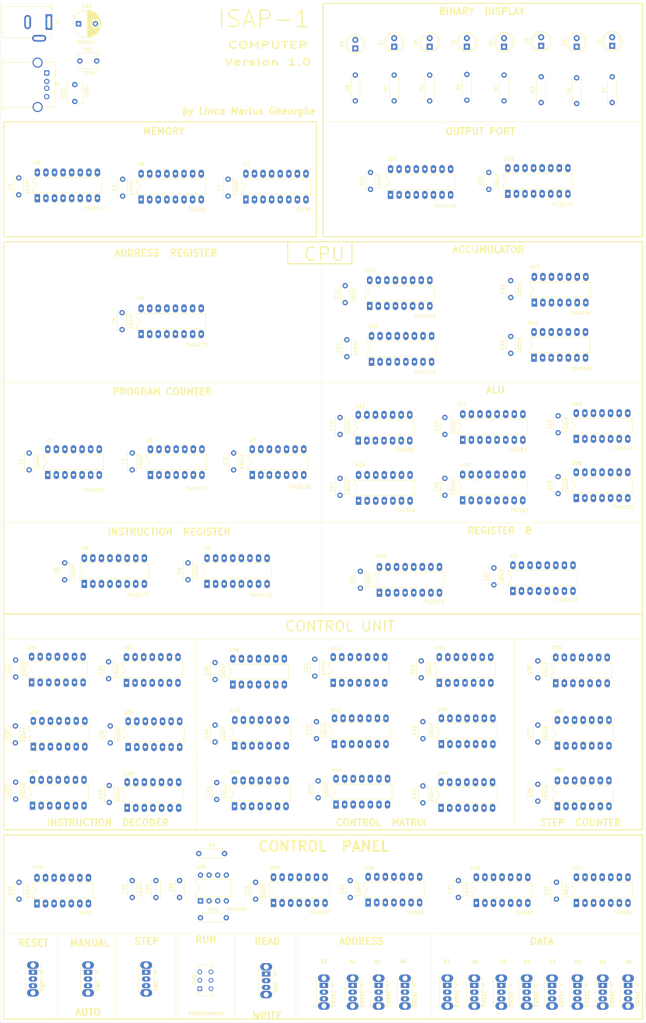
<source format=kicad_pcb>
(kicad_pcb (version 20240108) (generator "pcbnew") (generator_version "8.0")
  (layers (0 "F.Cu" signal) (31 "B.Cu" signal) (34 "B.Paste" user) (35 "F.Paste" user) (36 "B.SilkS" user "B.Silkscreen") (37 "F.SilkS" user "F.Silkscreen") (38 "B.Mask" user) (39 "F.Mask" user) (44 "Edge.Cuts" user))
  (net 0 "")
  (net 1 "GND")
  (net 2 "+5V")
  (net 4 "Net-(U1A-C)")
  (net 5 "Net-(U1B-C)")
  (net 7 "Net-(U1A-Q)")
  (net 8 "Net-(U2A-C)")
  (net 9 "Net-(SW1A1-C)")
  (net 10 "Net-(SW1C1-C)")
  (net 11 "Net-(SW1D1-C)")
  (net 12 "Net-(SW1B1-C)")
  (net 13 "Net-(SW3A1-C)")
  (net 15 "Net-(SW3B1-C)")
  (net 17 "Net-(U16-B2)")
  (net 18 "Net-(U16-B1)")
  (net 19 "/ALU/B5")
  (net 20 "/ALU/B4")
  (net 21 "Net-(U16-B4)")
  (net 22 "Net-(U16-B3)")
  (net 23 "/ALU/B6")
  (net 24 "/ALU/B7")
  (net 25 "/ALU/B2")
  (net 26 "Net-(U17-B1)")
  (net 27 "/ALU/B0")
  (net 28 "/ALU/B1")
  (net 29 "Net-(U17-B4)")
  (net 30 "/ALU/B3")
  (net 31 "Net-(U17-B3)")
  (net 32 "Net-(U17-B2)")
  (net 33 "/ALU/AC6")
  (net 34 "/ALU/AC4")
  (net 35 "Net-(U16-S2)")
  (net 36 "Net-(U16-S4)")
  (net 38 "/ALU/AC5")
  (net 39 "Net-(U16-S3)")
  (net 40 "Net-(U16-S1)")
  (net 41 "Net-(U16-C0)")
  (net 42 "/ALU/AC7")
  (net 43 "Net-(U17-S3)")
  (net 44 "/ALU/AC1")
  (net 45 "/ALU/AC2")
  (net 46 "/ALU/AC0")
  (net 47 "Net-(U17-S4)")
  (net 48 "Net-(U17-S1)")
  (net 49 "Net-(U17-S2)")
  (net 50 "/ALU/D4")
  (net 51 "/ALU/D6")
  (net 52 "/ALU/D7")
  (net 53 "/ALU/D5")
  (net 54 "/ALU/D2")
  (net 55 "/ALU/D3")
  (net 56 "/ALU/D1")
  (net 57 "/ALU/D0")
  (net 62 "Net-(SW3C1-C)")
  (net 64 "Net-(SW3D1-C)")
  (net 67 "Net-(SW3E1-C)")
  (net 69 "Net-(SW3F1-C)")
  (net 70 "Net-(SW3G1-C)")
  (net 72 "Net-(SW3H1-C)")
  (net 77 "Net-(D1-A)")
  (net 78 "Net-(D2-A)")
  (net 79 "Net-(D3-A)")
  (net 80 "Net-(D4-A)")
  (net 81 "Net-(D5-A)")
  (net 82 "Net-(D6-A)")
  (net 83 "Net-(D7-A)")
  (net 84 "Net-(D8-A)")
  (net 85 "/BinaryDisplay/DB0")
  (net 86 "Net-(U24-Pad12)")
  (net 87 "Net-(SW6-C)")
  (net 88 "Net-(U24-Pad10)")
  (net 89 "Net-(SW6-A)")
  (net 90 "Net-(SW7-C)")
  (net 91 "Net-(SW7-A)")
  (net 93 "/MAN")
  (net 95 "Net-(U25-Pad12)")
  (net 96 "Net-(U26-Pad13)")
  (net 97 "Net-(SW5-C)")
  (net 98 "Net-(U26-Pad2)")
  (net 99 "Net-(U26-Pad11)")
  (net 100 "Net-(U29A-Q)")
  (net 101 "Net-(SW5-A)")
  (net 102 "Net-(U27-Pad2)")
  (net 106 "Net-(U28-THR)")
  (net 107 "Net-(U28-Q)")
  (net 108 "Net-(U28-CV)")
  (net 109 "Net-(U28-DIS)")
  (net 113 "/ControlUnit/I7")
  (net 114 "Net-(U31-Pad2)")
  (net 115 "/ControlUnit/I5")
  (net 116 "Net-(U31-Pad4)")
  (net 117 "Net-(U31-Pad8)")
  (net 118 "/ControlUnit/I6")
  (net 120 "Net-(U37A-J)")
  (net 121 "/ControlUnit/I4")
  (net 122 "Net-(U31-Pad6)")
  (net 123 "Net-(SW2B-B)")
  (net 124 "Net-(U32-Pad6)")
  (net 125 "Net-(U32-Pad8)")
  (net 126 "Net-(U33-Pad6)")
  (net 127 "Net-(U33-Pad8)")
  (net 129 "Net-(U35-Pad4)")
  (net 130 "Net-(U35-Pad2)")
  (net 131 "Net-(U35-Pad8)")
  (net 132 "Net-(U35-Pad6)")
  (net 133 "Net-(U36B-J)")
  (net 134 "Net-(U36A-K)")
  (net 135 "Net-(U36A-Q)")
  (net 136 "Net-(U36A-~{Q})")
  (net 137 "Net-(U36A-J)")
  (net 138 "Net-(U36B-K)")
  (net 139 "Net-(U37B-K)")
  (net 140 "Net-(U37A-K)")
  (net 141 "Net-(U38A-J)")
  (net 143 "/~{CE}")
  (net 144 "Net-(SW4-C)")
  (net 145 "/CP")
  (net 146 "/CLR")
  (net 147 "/~{CLK}")
  (net 148 "/EP")
  (net 149 "/CLK")
  (net 150 "/~{LM}")
  (net 151 "/~{LI}")
  (net 152 "/~{LA}")
  (net 153 "/EA")
  (net 154 "/SU")
  (net 155 "/EU")
  (net 156 "/~{LB}")
  (net 157 "/HLT")
  (net 158 "Net-(U31-Pad12)")
  (net 159 "Net-(U35-Pad10)")
  (net 160 "Net-(U35-Pad13)")
  (net 161 "Net-(U39-Pad8)")
  (net 162 "Net-(U39-Pad11)")
  (net 163 "Net-(U39-Pad3)")
  (net 164 "Net-(U39-Pad6)")
  (net 165 "Net-(U40-Pad11)")
  (net 166 "Net-(U40-Pad6)")
  (net 167 "Net-(U40-Pad3)")
  (net 168 "Net-(U40-Pad8)")
  (net 169 "Net-(U41-Pad11)")
  (net 170 "Net-(U41-Pad3)")
  (net 171 "Net-(U41-Pad6)")
  (net 172 "Net-(U41-Pad8)")
  (net 173 "Net-(U42-Pad6)")
  (net 174 "Net-(U42-Pad8)")
  (net 175 "Net-(U42-Pad11)")
  (net 176 "/~{LO}")
  (net 177 "Net-(U43-Pad6)")
  (net 178 "Net-(U43-Pad3)")
  (net 179 "Net-(U44-Pad8)")
  (net 180 "Net-(U44-Pad6)")
  (net 181 "Net-(U45-Pad12)")
  (net 182 "Net-(U45-Pad11)")
  (net 183 "Net-(U45-Pad6)")
  (net 185 "Net-(U43-Pad8)")
  (net 187 "/~{EI}")
  (net 188 "Net-(U45-Pad10)")
  (net 192 "Net-(SW2A-A)")
  (net 195 "/BinaryDisplay/DB1")
  (net 196 "/BinaryDisplay/DB2")
  (net 197 "/BinaryDisplay/DB3")
  (net 198 "/BinaryDisplay/DB4")
  (net 199 "/BinaryDisplay/DB5")
  (net 200 "/BinaryDisplay/DB6")
  (net 201 "/BinaryDisplay/DB7")
  (net 202 "/~{DM}")
  (net 203 "/PRG")
  (net 204 "/~{CLR}")
  (net 205 "/~{LAR}")
  (net 206 "/AddressRegister/A3")
  (net 207 "/AddressRegister/A1")
  (net 208 "/AddressRegister/A0")
  (net 209 "/AddressRegister/A2")
  (net 210 "Net-(U5-Zc)")
  (net 211 "Net-(U5-Za)")
  (net 212 "Net-(U5-Zd)")
  (net 213 "Net-(U5-Zb)")
  (net 214 "/ControlUnit/PRG")
  (net 215 "/ControlUnit/MAN")
  (footprint "Capacitor_THT:C_Disc_D5.0mm_W2.5mm_P5.00mm" (layer "F.Cu") (at 50.5 211 90)
    (property "Reference" "C8")
    (property "Value" "100nF")
  )
  (footprint "LED_THT:LED_D5.0mm" (layer "F.Cu") (at 212.5 53.04 90)
    (property "Reference" "D1")
    (property "Value" "LED")
  )
  (footprint "Package_DIP:DIP-16_W7.62mm_LongPads" (layer "F.Cu") (at 42.42 98.12 90)
    (property "Reference" "U5")
    (property "Value" "74LS157")
  )
  (footprint "Resistor_THT:R_Axial_DIN0207_L6.3mm_D2.5mm_P7.62mm_Horizontal" (layer "F.Cu") (at 212.5 69.81 90)
    (property "Reference" "R1")
    (property "Value" "1K")
  )
  (footprint "Resistor_THT:R_Axial_DIN0207_L6.3mm_D2.5mm_P7.62mm_Horizontal" (layer "F.Cu") (at 191.5 69.81 90)
    (property "Reference" "R3")
    (property "Value" "1K")
  )
  (footprint "Capacitor_THT:C_Disc_D5.0mm_W2.5mm_P5.00mm" (layer "F.Cu") (at 177.5 212.5 90)
    (property "Reference" "C21")
    (property "Value" "100nF")
  )
  (footprint "Package_DIP:DIP-14_W7.62mm_LongPads" (layer "F.Cu") (at 196.3 260.12 90)
    (property "Reference" "U37")
    (property "Value" "74LS107")
  )
  (footprint "Capacitor_THT:C_Disc_D5.0mm_W2.5mm_P5.00mm" (layer "F.Cu") (at 176 95.5 90)
    (property "Reference" "C23")
    (property "Value" "100nF")
  )
  (footprint "Package_DIP:DIP-16_W7.62mm_LongPads" (layer "F.Cu") (at 92.625 212.24 90)
    (property "Reference" "U9")
    (property "Value" "74LS173")
  )
  (footprint "Button_Switch_THT:SW_Slide_SPDT_Straight_CK_OS102011MS2Q" (layer "F.Cu") (at 171.7025 331 -90)
    (property "Reference" "SW3G1")
    (property "Value" "SW_SPDT")
  )
  (footprint "LED_THT:LED_D5.0mm" (layer "F.Cu") (at 158.5 53.305 90)
    (property "Reference" "D6")
    (property "Value" "LED")
  )
  (footprint "Package_DIP:DIP-16_W7.62mm_LongPads" (layer "F.Cu") (at 168.3 169.62 90)
    (property "Reference" "U17")
    (property "Value" "74LS83")
  )
  (footprint "Capacitor_THT:C_Disc_D5.0mm_W2.5mm_P5.00mm" (layer "F.Cu") (at 64 259.26 90)
    (property "Reference" "C35")
    (property "Value" "100nF")
  )
  (footprint "Capacitor_THT:C_Disc_D6.0mm_W4.4mm_P5.00mm" (layer "F.Cu") (at 53.5 64.5 -90)
    (property "Reference" "C53")
    (property "Value" "100n")
  )
  (footprint "Package_DIP:DIP-14_W7.62mm_LongPads" (layer "F.Cu") (at 130.8 277.5 90)
    (property "Reference" "U44")
    (property "Value" "74LS20")
  )
  (footprint "Capacitor_THT:C_Disc_D5.0mm_W2.5mm_P5.00mm" (layer "F.Cu") (at 190.5 259 90)
    (property "Reference" "C37")
    (property "Value" "100nF")
  )
  (footprint "Button_Switch_THT:SW_Slide_SPDT_Straight_CK_OS102011MS2Q" (layer "F.Cu") (at 217.2025 331 -90)
    (property "Reference" "SW3A1")
    (property "Value" "SW_SPDT")
  )
  (footprint "Button_Switch_THT:SW_Slide_SPDT_Straight_CK_OS102011MS2Q" (layer "F.Cu") (at 151.2025 331 -90)
    (property "Reference" "SW1A1")
    (property "Value" "SW_SPDT")
  )
  (footprint "Package_DIP:DIP-16_W7.62mm_LongPads" (layer "F.Cu") (at 168.26 187.5 90)
    (property "Reference" "U16")
    (property "Value" "74LS83")
  )
  (footprint "Package_DIP:DIP-14_W7.62mm_LongPads" (layer "F.Cu") (at 195.8 241.62 90)
    (property "Reference" "U36")
    (property "Value" "74LS107")
  )
  (footprint "Package_DIP:DIP-16_W7.62mm_LongPads" (layer "F.Cu") (at 183.125 214.325 90)
    (property "Reference" "U21")
    (property "Value" "74LS173")
  )
  (footprint "Capacitor_THT:C_Disc_D5.0mm_W2.5mm_P5.00mm" (layer "F.Cu") (at 163 168 90)
    (property "Reference" "C17")
    (property "Value" "100nF")
  )
  (footprint "Connector_USB:USB_A_Molex_67643_Horizontal" (layer "F.Cu") (at 45.21 61.07 -90)
    (property "Reference" "J3")
    (property "Value" "USB_A")
  )
  (footprint "Resistor_THT:R_Axial_DIN0207_L6.3mm_D2.5mm_P7.62mm_Horizontal" (layer "F.Cu") (at 136.5 69.31 90)
    (property "Reference" "R8")
    (property "Value" "1K")
  )
  (footprint "Capacitor_THT:C_Disc_D5.0mm_W2.5mm_P5.00mm" (layer "F.Cu") (at 84.5 300 -90)
    (property "Reference" "C50")
    (property "Value" "10nF")
  )
  (footprint "Button_Switch_THT:SW_Slide_SPDT_Straight_CK_OS102011MS2Q" (layer "F.Cu") (at 57.42 327.12 -90)
    (property "Reference" "SW7")
    (property "Value" "SW_SPDT")
  )
  (footprint "Button_Switch_THT:SW_Slide_SPDT_Straight_CK_OS102011MS2Q" (layer "F.Cu") (at 163.7025 331 -90)
    (property "Reference" "SW3H1")
    (property "Value" "SW_SPDT")
  )
  (footprint "Package_DIP:DIP-14_W7.62mm_LongPads" (layer "F.Cu") (at 69 278.5 90)
    (property "Reference" "U48")
    (property "Value" "74LS04")
  )
  (footprint "Capacitor_THT:C_Disc_D5.0mm_W2.5mm_P5.00mm" (layer "F.Cu") (at 70.5 305 90)
    (property "Reference" "C28")
    (property "Value" "100nF")
  )
  (footprint "Package_DIP:DIP-14_W7.62mm_LongPads" (layer "F.Cu") (at 69.3 260.5 90)
    (property "Reference" "U35")
    (property "Value" "74LS04")
  )
  (footprint "Package_DIP:DIP-14_W7.62mm_LongPads" (layer "F.Cu") (at 41.225 260.38 90)
    (property "Reference" "U32")
    (property "Value" "74LS20")
  )
  (footprint "Capacitor_THT:C_Disc_D5.0mm_W2.5mm_P5.00mm" (layer "F.Cu") (at 67.665 97.5 90)
    (property "Reference" "C6")
    (property "Value" "100nF")
  )
  (footprint "Capacitor_THT:C_Disc_D5.0mm_W2.5mm_P5.00mm" (layer "F.Cu") (at 35.925 259.26 90)
    (property "Reference" "C32")
    (property "Value" "100nF")
  )
  (footprint "Package_DIP:DIP-16_W7.62mm_LongPads" (layer "F.Cu") (at 146.92 97.12 90)
    (property "Reference" "U22")
    (property "Value" "74LS173")
  )
  (footprint "Package_DIP:DIP-14_W7.62mm_LongPads" (layer "F.Cu") (at 201.92 306.62 90)
    (property "Reference" "U27")
    (property "Value" "74LS04")
  )
  (footprint "Capacitor_THT:C_Disc_D5.0mm_W2.5mm_P5.00mm" (layer "F.Cu") (at 132 168 90)
    (property "Reference" "C15")
    (property "Value" "100nF")
  )
  (footprint "Capacitor_THT:CP_Radial_D8.0mm_P5.00mm" (layer "F.Cu") (at 54.597349 46.5)
    (property "Reference" "C52")
    (property "Value" "1000uF")
  )
  (footprint "Capacitor_THT:C_Disc_D5.0mm_W2.5mm_P5.00mm" (layer "F.Cu") (at 182.5 127.5 90)
    (property "Reference" "C13")
    (property "Value" "100nF")
  )
  (footprint "Capacitor_THT:C_Disc_D5.0mm_W2.5mm_P5.00mm" (layer "F.Cu") (at 36.92 97.12 90)
    (property "Reference" "C5")
    (property "Value" "100nF")
  )
  (footprint "Capacitor_THT:C_Disc_D5.0mm_W2.5mm_P5.00mm" (layer "F.Cu") (at 156 240 90)
    (property "Reference" "C45")
    (property "Value" "100nF")
  )
  (footprint "Resistor_THT:R_Axial_DIN0207_L6.3mm_D2.5mm_P7.62mm_Horizontal" (layer "F.Cu") (at 148 69.31 90)
    (property "Reference" "R7")
    (property "Value" "1K")
  )
  (footprint "Package_DIP:DIP-14_W7.62mm_LongPads" (layer "F.Cu") (at 100.835 260.12 90)
    (property "Reference" "U40")
    (property "Value" "74LS00")
  )
  (footprint "Resistor_THT:R_Axial_DIN0207_L6.3mm_D2.5mm_P7.62mm_Horizontal" (layer "F.Cu") (at 158.5 69.31 90)
    (property "Reference" "R6")
    (property "Value" "1K")
  )
  (footprint "Package_DIP:DIP-14_W7.62mm_LongPads" (layer "F.Cu") (at 189.375 145.325 90)
    (property "Reference" "U12")
    (property "Value" "74LS126")
  )
  (footprint "LED_THT:LED_D5.0mm" (layer "F.Cu") (at 180.5 53.305 90)
    (property "Reference" "D4")
    (property "Value" "LED")
  )
  (footprint "Button_Switch_THT:SW_Slide_SPDT_Straight_CK_OS102011MS2Q" (layer "F.Cu") (at 194.7025 331 -90)
    (property "Reference" "SW3D1")
    (property "Value" "SW_SPDT")
  )
  (footprint "Button_Switch_THT:SW_Slide_SPDT_Straight_CK_OS102011MS2Q" (layer "F.Cu") (at 187.2025 331 -90)
    (property "Reference" "SW3E1")
    (property "Value" "SW_SPDT")
  )
  (footprint "Capacitor_THT:C_Disc_D5.0mm_W2.5mm_P5.00mm" (layer "F.Cu") (at 63.5 240.26 90)
    (property "Reference" "C34")
    (property "Value" "100nF")
  )
  (footprint "Capacitor_THT:C_Disc_D5.0mm_W2.5mm_P5.00mm" (layer "F.Cu") (at 36 275.88 90)
    (property "Reference" "C33")
    (property "Value" "100nF")
  )
  (footprint "Capacitor_THT:C_Disc_D5.0mm_W2.5mm_P5.00mm" (layer "F.Cu") (at 196.5 185.5 90)
    (property "Reference" "C18")
    (property "Value" "100nF")
  )
  (footprint "Package_DIP:DIP-16_W7.62mm_LongPads" (layer "F.Cu") (at 56.3 212.24 90)
    (property "Reference" "U8")
    (property "Value" "74LS173")
  )
  (footprint "Capacitor_THT:C_Disc_D6.0mm_W4.4mm_P5.00mm" (layer "F.Cu") (at 55 57.5)
    (property "Reference" "C51")
    (property "Value" "100n")
  )
  (footprint "Capacitor_THT:C_Disc_D5.0mm_W2.5mm_P5.00mm" (layer "F.Cu") (at 125 258 90)
    (property "Reference" "C43")
    (property "Value" "100nF")
  )
  (footprint "Package_DIP:DIP-14_W7.62mm_LongPads" (layer "F.Cu") (at 201.875 169.325 90)
    (property "Reference" "U19")
    (property "Value" "74LS126")
  )
  (footprint "Button_Switch_THT:SW_Slide_SPDT_Straight_CK_OS102011MS2Q" (layer "F.Cu") (at 202.2025 331 -90)
    (property "Reference" "SW3C1")
    (property "Value" "SW_SPDT")
  )
  (footprint "Capacitor_THT:C_Disc_D5.0mm_W2.5mm_P5.00mm" (layer "F.Cu") (at 190.5 276.5 90)
    (property "Reference" "C38")
    (property "Value" "100nF")
  )
  (footprint "Package_DIP:DIP-14_W7.62mm_LongPads" (layer "F.Cu") (at 42.3 306.795 90)
    (property "Reference" "U24")
    (property "Value" "7400")
  )
  (footprint "Capacitor_THT:C_Disc_D5.0mm_W2.5mm_P5.00mm" (layer "F.Cu") (at 63.7 276.88 90)
    (property "Reference" "C48")
    (property "Value" "100nF")
  )
  (footprint "Capacitor_THT:C_Disc_D5.0mm_W2.5mm_P5.00mm" (layer "F.Cu") (at 95 240.5 90)
    (property "Reference" "C39")
    (property "Value" "100nF")
  )
  (footprint "Capacitor_THT:C_Disc_D5.0mm_W2.5mm_P5.00mm" (layer "F.Cu") (at 87 211 90)
    (property "Reference" "C9")
    (property "Value" "100nF")
  )
  (footprint "Capacitor_THT:C_Disc_D5.0mm_W2.5mm_P5.00mm" (layer "F.Cu") (at 138 213.5 90)
    (property "Reference" "C20")
    (property "Value" "100nF")
  )
  (footprint "Capacitor_THT:C_Disc_D5.0mm_W2.5mm_P5.00mm" (layer "F.Cu") (at 133.5 129 90)
    (property "Reference" "C11")
    (property "Value" "100nF")
  )
  (footprint "Package_DIP:DIP-14_W7.62mm_LongPads" (layer "F.Cu") (at 172.3 306.62 90)
    (property "Reference" "U25")
    (property "Value" "74LS10")
  )
  (footprint "Resistor_THT:R_Axial_DIN0207_L6.3mm_D2.5mm_P7.62mm_Horizontal" (layer "F.Cu") (at 180.5 69.31 90)
    (property "Reference" "R4")
    (property "Value" "1K")
  )
  (footprint "Package_DIP:DIP-14_W7.62mm_LongPads" (layer "F.Cu") (at 100.76 278 90)
    (property "Reference" "U41")
    (property "Value" "74LS00")
  )
  (footprint "Capacitor_THT:C_Disc_D5.0mm_W2.5mm_P5.00mm" (layer "F.Cu") (at 156.5 258 90)
    (property "Reference" "C46")
    (property "Value" "100nF")
  )
  (footprint "Package_DIP:DIP-16_W7.62mm_LongPads" (layer "F.Cu") (at 143.625 214.825 90)
    (property "Reference" "U20")
    (property "Value" "74LS173")
  )
  (footprint "Capacitor_THT:C_Disc_D5.0mm_W2.5mm_P5.00mm" (layer "F.Cu") (at 37 305.5 90)
    (property "Reference" "C24")
    (property "Value" "100nF")
  )
  (footprint "Package_DIP:DIP-16_W7.62mm_LongPads" (layer "F.Cu") (at 104.125 98.5 90)
    (property "Reference" "U7")
    (property "Value" "74189")
  )
  (footprint "Button_Switch_THT:SW_Slide_SPDT_Straight_CK_OS102011MS2Q" (layer "F.Cu") (at 74.6225 327.12 -90)
    (property "Reference" "SW6")
    (property "Value" "SW_SPDT")
  )
  (footprint "Capacitor_THT:C_Disc_D5.0mm_W2.5mm_P5.00mm" (layer "F.Cu") (at 196.5 167.5 90)
    (property "Reference" "C19")
    (property "Value" "100nF")
  )
  (footprint "Package_DIP:DIP-14_W7.62mm_LongPads" (layer "F.Cu") (at 129.96 241.5 90)
    (property "Reference" "U42")
    (property "Value" "74LS00")
  )
  (footprint "Package_DIP:DIP-14_W7.62mm_LongPads" (layer "F.Cu") (at 106 180 90)
    (property "Reference" "U3")
    (property "Value" "74LS126")
  )
  (footprint "Resistor_THT:R_Axial_DIN0207_L6.3mm_D2.5mm_P7.62mm_Horizontal" (layer "F.Cu") (at 90.69 311)
    (property "Reference" "R10")
    (property "Value" "18K")
  )
  (footprint "Package_DIP:DIP-14_W7.62mm_LongPads" (layer "F.Cu") (at 137.46 187.62 90)
    (property "Reference" "U14")
    (property "Value" "74LS86")
  )
  (footprint "Package_DIP:DIP-14_W7.62mm_LongPads" (layer "F.Cu") (at 161.96 259.62 90)
    (property "Reference" "U46")
    (property "Value" "74LS00")
  )
  (footprint "Capacitor_THT:C_Disc_D5.1mm_W3.2mm_P5.00mm" (layer "F.Cu") (at 196 305.5 90)
    (property "Reference" "C27")
    (property "Value" "100nF")
  )
  (footprint "LED_THT:LED_D5.0mm" (layer "F.Cu") (at 202 53.305 90)
    (property "Reference" "D2")
    (property "Value" "LED")
  )
  (footprint "Capacitor_THT:C_Disc_D5.0mm_W2.5mm_P5.00mm" (layer "F.Cu") (at 182.5 144 90)
    (property "Reference" "C12")
    (property "Value" "100nF")
  )
  (footprint "Button_Switch_THT:SW_Slide_SPDT_Straight_CK_OS102011MS2Q" (layer "F.Cu") (at 127.2025 331 -90)
    (property "Reference" "SW1D1")
    (property "Value" "SW_SPDT")
  )
  (footprint "Capacitor_THT:C_Disc_D5.0mm_W2.5mm_P5.00mm" (layer "F.Cu") (at 190.5 240 90)
    (property "Reference" "C36")
    (property "Value" "100nF")
  )
  (footprint "Resistor_THT:R_Axial_DIN0207_L6.3mm_D2.5mm_P7.62mm_Horizontal" (layer "F.Cu") (at 202 70.12 90)
    (property "Reference" "R2")
    (property "Value" "1K")
  )
  (footprint "Package_DIP:DIP-14_W7.62mm_LongPads" (layer "F.Cu") (at 130.34 259.62 90)
    (property "Reference" "U43")
    (property "Value" "74LS00")
  )
  (footprint "Capacitor_THT:C_Disc_D5.0mm_W2.5mm_P5.00mm" (layer "F.Cu") (at 134 145 90)
    (property "Reference" "C10")
    (property "Value" "100nF")
  )
  (footprint "Resistor_THT:R_Axial_DIN0207_L6.3mm_D2.5mm_P7.62mm_Horizontal" (layer "F.Cu") (at 169.5 69.12 90)
    (property "Reference" "R5")
    (property "Value" "1K")
  )
  (footprint "Capacitor_THT:C_Disc_D5.0mm_W2.5mm_P5.00mm" (layer "F.Cu") (at 100.5 178.5 90)
    (property "Reference" "C3")
    (property "Value" "100nF")
  )
  (footprint "Capacitor_THT:C_Disc_D5.0mm_W2.5mm_P5.00mm" (layer "F.Cu") (at 124.5 239.5 90)
    (property "Reference" "C42")
    (property "Value" "100nF")
  )
  (footprint "Package_DIP:DIP-16_W7.62mm_LongPads" (layer "F.Cu") (at 73.125 138.325 90)
    (property "Reference" "U4")
    (property "Value" "74LS173")
  )
  (footprint "Capacitor_THT:C_Disc_D5.0mm_W2.5mm_P5.00mm" (layer "F.Cu") (at 95.5 276 90)
    (property "Reference" "C41")
    (property "Value" "100nF")
  )
  (footprint "Button_Switch_THT:SW_Slide_SPDT_Straight_CK_OS102011MS2Q" (layer "F.Cu") (at 41.1225 327.12 -90)
    (property "Reference" "SW5")
    (property "Value" "SW_SPDT")
  )
  (footprint "Package_DIP:DIP-14_W7.62mm_LongPads" (layer "F.Cu") (at 112.3 306.62 90)
    (property "Reference" "U29")
    (property "Value" "74LS107")
  )
  (footprint "Package_DIP:DIP-14_W7.62mm_LongPads" (layer "F.Cu") (at 196.3 278 90)
    (property "Reference" "U38")
    (property "Value" "74LS107")
  )
  (footprint "Button_Switch_THT:SW_Slide_SPDT_Straight_CK_OS102011MS2Q" (layer "F.Cu") (at 179.7025 331 -90)
    (property "Reference" "SW3F1")
    (property "Value" "SW_SPDT")
  )
  (footprint "Capacitor_THT:C_Disc_D5.0mm_W2.5mm_P5.00mm" (layer "F.Cu") (at 67.5 137 90)
    (property "Reference" "C4")
    (property "Value" "100nF")
  )
  (footprint "LED_THT:LED_D5.0mm" (layer "F.Cu") (at 148 53.305 90)
    (property "Reference" "D7")
    (property "Value" "LED")
  )
  (footprint "Package_DIP:DIP-16_W7.62mm_LongPads" (layer "F.Cu") (at 141.3 146.5 90)
    (property "Reference" "U10")
    (property "Value" "74LS173")
  )
  (footprint "Package_DIP:DIP-8_W7.62mm" (layer "F.Cu") (at 90.7 306 90)
    (property "Reference" "U28")
    (property "Value" "NE555P")
  )
  (footprint "Capacitor_THT:C_Disc_D5.0mm_W2.5mm_P5.00mm" (layer "F.Cu") (at 125.5 275.5 90)
    (property "Reference" "C44")
    (property "Value" "100nF")
  )
  (footprint "LED_THT:LED_D5.0mm" (layer "F.Cu") (at 136.5 53.805 90)
    (property "Reference" "D8")
    (property "Value" "LED")
  )
  (footprint "Package_DIP:DIP-14_W7.62mm_LongPads" (layer "F.Cu") (at 41 277.825 90)
    (property "Reference" "U33")
    (property "Value" "74LS20")
  )
  (footprint "Package_DIP:DIP-16_W7.62mm_LongPads" (layer "F.Cu") (at 73.125 98.5 90)
    (property "Reference" "U6")
    (property "Value" "74189")
  )
  (footprint "Button_Switch_THT:SW_Slide_SPDT_Straight_CK_OS102011MS2Q" (layer "F.Cu") (at 110.1225 327.62 -90)
    (property "Reference" "SW4")
    (property "Value" "SW_SPDT")
  )
  (footprint "Capacitor_THT:C_Disc_D5.0mm_W2.5mm_P5.00mm" (layer "F.Cu") (at 70.5 178.5 90)
    (property "Reference" "C2")
    (property "Value" "100nF")
  )
  (footprint "Package_DIP:DIP-14_W7.62mm_LongPads" (layer "F.Cu") (at 75.875 180 90)
    (property "Reference" "U2")
    (property "Value" "74LS107")
  )
  (footprint "Capacitor_THT:C_Disc_D5.0mm_W2.5mm_P5.00mm" (layer "F.Cu") (at 135 305 90)
    (property "Reference" "C26")
    (property "Value" "100nF")
  )
  (footprint "LED_THT:LED_D5.0mm" (layer "F.Cu") (at 191.5 53.04 90)
    (property "Reference" "D3")
    (property "Value" "LED")
  )
  (footprint "Package_DIP:DIP-14_W7.62mm_LongPads" (layer "F.Cu") (at 161.875 278.5 90)
    (property "Reference" "U47")
    (property "Value" "74LS04")
  )
  (footprint "Resistor_THT:R_Axial_DIN0207_L6.3mm_D2.5mm_P7.62mm_Horizontal" (layer "F.Cu") (at 90.19 292)
    (property "Reference" "R9")
    (property "Value" "36K")
  )
  (footprint "Capacitor_THT:C_Disc_D5.0mm_W2.5mm_P5.00mm" (layer "F.Cu") (at 40 173.5 -90)
    (property "Reference" "C1")
    (property "Value" "100nF")
  )
  (footprint "Capacitor_THT:C_Disc_D5.0mm_W2.5mm_P5.00mm" (layer "F.Cu") (at 163 186 90)
    (property "Reference" "C16")
    (property "Value" "100nF")
  )
  (footprint "Capacitor_THT:C_Disc_D5.0mm_W2.5mm_P5.00mm" (layer "F.Cu") (at 98.865 97.5 90)
    (property "Reference" "C7")
    (property "Value" "100nF")
  )
  (footprint "Button_Switch_THT:SW_CK_JS202011CQN_DPDT_Straight" (layer "F.Cu") (at 90.5 332 90)
    (property "Reference" "SW2")
    (property "Value" "SW_DPDT_x2")
  )
  (footprint "Package_DIP:DIP-14_W7.62mm_LongPads" (layer "F.Cu") (at 140.3 306.5 90)
    (property "Reference" "U26")
    (property "Value" "74LS00")
  )
  (footprint "Connector_BarrelJack:BarrelJack_GCT_DCJ200-10-A_Horizontal" (layer "F.Cu") (at 45.85 46 -90)
    (property "Reference" "J1")
    (property "Value" "Jack-DC")
  )
  (footprint "Capacitor_THT:C_Disc_D5.0mm_W2.5mm_P5.00mm" (layer "F.Cu") (at 95 259 90)
    (property "Reference" "C40")
    (property "Value" "100nF")
  )
  (footprint "Capacitor_THT:C_Disc_D5.0mm_W2.5mm_P5.00mm" (layer "F.Cu") (at 167 305 90)
    (property "Reference" "C25")
    (property "Value" "100nF")
  )
  (footprint "Capacitor_THT:C_Disc_D5.0mm_W2.5mm_P5.00mm" (layer "F.Cu") (at 77.5 305 90)
    (property "Reference" "C49")
    (property "Value" "10nF")
  )
  (footprint "Package_DIP:DIP-14_W7.62mm_LongPads" (layer "F.Cu") (at 137.375 169.825 90)
    (property "Reference" "U15")
    (property "Value" "74LS86")
  )
  (footprint "LED_THT:LED_D5.0mm" (layer "F.Cu") (at 169.5 53.305 90)
    (property "Reference" "D5")
    (property "Value" "LED")
  )
  (footprint "Package_DIP:DIP-16_W7.62mm_LongPads" (layer "F.Cu") (at 140.76 130 90)
    (property "Reference" "U11")
    (property "Value" "74LS173")
  )
  (footprint "Package_DIP:DIP-14_W7.62mm_LongPads" (layer "F.Cu") (at 68.8 241.5 90)
    (property "Reference" "U34")
    (property "Value" "74LS20")
  )
  (footprint "Package_DIP:DIP-16_W7.62mm_LongPads" (layer "F.Cu") (at 181.625 96.825 90)
    (property "Reference" "U23")
    (property "Value" "74LS173")
  )
  (footprint "Button_Switch_THT:SW_Slide_SPDT_Straight_CK_OS102011MS2Q" (layer "F.Cu") (at 143.405 331 -90)
    (property "Reference" "SW1B1")
    (property "Value" "SW_SPDT")
  )
  (footprint "Capacitor_THT:C_Disc_D5.0mm_W2.5mm_P5.00mm" (layer "F.Cu") (at 107 305.5 90)
    (property "Reference" "C29")
    (property "Value" "100nF")
  )
  (footprint "Button_Switch_THT:SW_Slide_SPDT_Straight_CK_OS102011MS2Q" (layer "F.Cu") (at 209.7025 331 -90)
    (property "Reference" "SW3B1")
    (property "Value" "SW_SPDT")
  )
  (footprint "Package_DIP:DIP-14_W7.62mm_LongPads" (layer "F.Cu") (at 45.5 180 90)
    (property "Reference" "U1")
    (property "Value" "74LS107")
  )
  (footprint "Package_DIP:DIP-14_W7.62mm_LongPads" (layer "F.Cu") (at 201.875 186.825 90)
    (property "Reference" "U18")
    (property "Value" "74LS126")
  )
  (footprint "Package_DIP:DIP-14_W7.62mm_LongPads" (layer "F.Cu") (at 40.725 241.38 90)
    (property "Reference" "U31")
    (property "Value" "74LS04")
  )
  (footprint "Capacitor_THT:C_Disc_D5.0mm_W2.5mm_P5.00mm" (layer "F.Cu") (at 132 186 90)
    (property "Reference" "C14")
    (property "Value" "100nF")
  )
  (footprint "Capacitor_THT:C_Disc_D5.0mm_W2.5mm_P5.00mm" (layer "F.Cu") (at 141 95.5 90)
    (property "Reference" "C22")
    (property "Value" "100nF")
  )
  (footprint "Capacitor_THT:C_Disc_D5.0mm_W2.5mm_P5.00mm" (layer "F.Cu") (at 156.5 277 90)
    (property "Reference" "C47")
    (property "Value" "100nF")
  )
  (footprint "Button_Switch_THT:SW_Slide_SPDT_Straight_CK_OS102011MS2Q" (layer "F.Cu") (at 135.7025 331 -90)
    (property "Reference" "SW1C1")
    (property "Value" "SW_SPDT")
  )
  (footprint "Package_DIP:DIP-14_W7.62mm_LongPads" (layer "F.Cu") (at 189.46 129 90)
    (property "Reference" "U13")
    (property "Value" "74LS126")
  )
  (footprint "Package_DIP:DIP-14_W7.62mm_LongPads" (layer "F.Cu") (at 100.26 242 90)
    (property "Reference" "U39")
    (property "Value" "74LS00")
  )
  (footprint "Package_DIP:DIP-14_W7.62mm_LongPads" (layer "F.Cu") (at 161.34 241.5 90)
    (property "Reference" "U45")
    (property "Value" "74LS10")
  )
  (footprint "Capacitor_THT:C_Disc_D5.0mm_W2.5mm_P5.00mm" (layer "F.Cu") (at 36 239.76 90)
    (property "Reference" "C31")
    (property "Value" "100nF")
  )
  (gr_line (start 32.5 152.5) (end 221.5 152.5) (stroke (width 0.1)) (layer "F.SilkS"))
  (gr_line (start 127 75.5) (end 221.5 75.5) (stroke (width 0.1)) (layer "F.SilkS"))
  (gr_line (start 183.54 228.5) (end 183.5 285) (stroke (width 0.1)) (layer "F.SilkS"))
  (gr_line (start 65.92 315.62) (end 65.92 341.5) (stroke (width 0.1)) (layer "F.SilkS"))
  (gr_rect (start 32.5 286.5) (end 221.5 341) (stroke (width 0.3)) (fill none) (layer "F.SilkS"))
  (gr_line (start 126.5 117.5) (end 126.5 221.5) (stroke (width 0.1)) (layer "F.SilkS"))
  (gr_line (start 48.42 315.62) (end 48.42 341.5) (stroke (width 0.1)) (layer "F.SilkS"))
  (gr_line (start 32.5 194.12) (end 221.5 194.12) (stroke (width 0.1)) (layer "F.SilkS"))
  (gr_line (start 158.92 315.62) (end 158.92 341.5) (stroke (width 0.1)) (layer "F.SilkS"))
  (gr_line (start 65.92 315.62) (end 83.42 315.62) (stroke (width 0.1)) (layer "F.SilkS"))
  (gr_line (start 89.5 228.5) (end 89.605 285) (stroke (width 0.1)) (layer "F.SilkS"))
  (gr_rect (start 127 40.5) (end 221.5 109.5) (stroke (width 0.3)) (fill none) (layer "F.SilkS"))
  (gr_line (start 32.5 221.12) (end 221.5 221.12) (stroke (width 0.3)) (layer "F.SilkS"))
  (gr_line (start 48.42 315.62) (end 65.92 315.62) (stroke (width 0.1)) (layer "F.SilkS"))
  (gr_rect (start 32.5 111) (end 221.5 285) (stroke (width 0.3)) (fill none) (layer "F.SilkS"))
  (gr_line (start 32.5 228.5) (end 221.5 228.5) (stroke (width 0.1)) (layer "F.SilkS"))
  (gr_line (start 83.42 315.62) (end 83.42 341.5) (stroke (width 0.1)) (layer "F.SilkS"))
  (gr_rect (start 32.5 75.5) (end 125 109.5) (stroke (width 0.3)) (fill none) (layer "F.SilkS"))
  (gr_line (start 32.5 315.62) (end 48.42 315.62) (stroke (width 0.1)) (layer "F.SilkS"))
  (gr_line (start 100.92 315.62) (end 100.92 341.5) (stroke (width 0.1)) (layer "F.SilkS"))
  (gr_line (start 118.92 315.62) (end 118.92 341.5) (stroke (width 0.1)) (layer "F.SilkS"))
  (gr_rect (start 116.5 111) (end 135.5 117.5) (stroke (width 0.3)) (fill none) (layer "F.SilkS"))
  (gr_line (start 83.42 315.62) (end 221.5 315.62) (stroke (width 0.1)) (layer "F.SilkS"))
  (gr_line (start 222.5 342) (end 31.5 342) (stroke (width 0.05)) (layer "Edge.Cuts"))
  (gr_line (start 31.5 342) (end 31.5 39.5) (stroke (width 0.05)) (layer "Edge.Cuts"))
  (gr_line (start 222.5 39.5) (end 222.5 342) (stroke (width 0.05)) (layer "Edge.Cuts"))
  (gr_text "DATA" (at 187.92 319.12 0) (layer "F.SilkS") (effects (font (size 2 2) (thickness 0.4) (bold yes)) (justify left bottom)))
  (gr_text "100nF" (at 136 126.5 90) (layer "F.SilkS") (effects (font (size 1 1))))
  (gr_text "ACCUMULATOR" (at 165 114.5 0) (layer "F.SilkS") (effects (font (size 2 2) (thickness 0.4) (bold yes)) (justify left bottom)))
  (gr_text "D3" (at 193.7025 324.5 0) (layer "F.SilkS") (effects (font (size 1 1) (thickness 0.2) (bold yes)) (justify left bottom)))
  (gr_text "100nF" (at 165.5 183.5 90) (layer "F.SilkS") (effects (font (size 1 1))))
  (gr_text "READ" (at 106.42 319.12 0) (layer "F.SilkS") (effects (font (size 2 2) (thickness 0.4) (bold yes)) (justify left bottom)))
  (gr_text "100nF" (at 66 237.76 90) (layer "F.SilkS") (effects (font (size 1 1))))
  (gr_text "AUTO" (at 53.42 340.12 0) (layer "F.SilkS") (effects (font (size 2 2) (thickness 0.4) (bold yes)) (justify left bottom)))
  (gr_text "100nF" (at 70.165 95 90) (layer "F.SilkS") (effects (font (size 1 1))))
  (gr_text "CONTROL  PANEL" (at 107.42 291.62 0) (layer "F.SilkS") (effects (font (size 3 3) (thickness 0.6) (bold yes)) (justify left bottom)))
  (gr_text "ALU" (at 175 156 0) (layer "F.SilkS") (effects (font (size 2 2) (thickness 0.4) (bold yes)) (justify left bottom)))
  (gr_text "74LS83" (at 185 190.5 0) (layer "F.SilkS") (effects (font (size 1 1))))
  (gr_text "STEP  COUNTER" (at 191 284 0) (layer "F.SilkS") (effects (font (size 2 2) (thickness 0.4) (bold yes)) (justify left bottom)))
  (gr_text "74LS126" (at 203 132 0) (layer "F.SilkS") (effects (font (size 1 1))))
  (gr_text "100nF" (at 39.42 94.62 90) (layer "F.SilkS") (effects (font (size 1 1))))
  (gr_text "100nF" (at 39.5 303 90) (layer "F.SilkS") (effects (font (size 1 1))))
  (gr_text "100nF" (at 134.5 183.5 90) (layer "F.SilkS") (effects (font (size 1 1))))
  (gr_text "INSTRUCTION  REGISTER" (at 63 198 0) (layer "F.SilkS") (effects (font (size 2 2) (thickness 0.4) (bold yes)) (justify left bottom)))
  (gr_text "100nF" (at 73 302.5 90) (layer "F.SilkS") (effects (font (size 1 1))))
  (gr_text "74LS173" (at 157 133 0) (layer "F.SilkS") (effects (font (size 1 1))))
  (gr_text "RESET" (at 36.42 319.62 0) (layer "F.SilkS") (effects (font (size 2 2) (thickness 0.4) (bold yes)) (justify left bottom)))
  (gr_text "ADDRESS  REGISTER" (at 65 115.5 0) (layer "F.SilkS") (effects (font (size 2 2) (thickness 0.4) (bold yes)) (justify left bottom)))
  (gr_text "100nF" (at 127.5 255.5 90) (layer "F.SilkS") (effects (font (size 1 1))))
  (gr_text "D5" (at 179.2025 324.5 0) (layer "F.SilkS") (effects (font (size 1 1) (thickness 0.2) (bold yes)) (justify left bottom)))
  (gr_text "74LS126" (at 120 183.5 0) (layer "F.SilkS") (effects (font (size 1 1))))
  (gr_text "74LS83" (at 184.5 172.5 0) (layer "F.SilkS") (effects (font (size 1 1))))
  (gr_text "100nF" (at 199 183 90) (layer "F.SilkS") (effects (font (size 1 1))))
  (gr_text "100nF" (at 42.5 176 90) (layer "F.SilkS") (effects (font (size 1 1))))
  (gr_text "74LS173" (at 72 215.5 0) (layer "F.SilkS") (effects (font (size 1 1))))
  (gr_text "ISAP-1" (at 95.5 48 0) (layer "F.SilkS") (effects (font (size 5 5) (thickness 0.4)) (justify left bottom)))
  (gr_text "100nF" (at 140.5 211 90) (layer "F.SilkS") (effects (font (size 1 1))))
  (gr_text "74LS173" (at 89.5 141.5 0) (layer "F.SilkS") (effects (font (size 1 1))))
  (gr_text "74LS107" (at 126 309.5 0) (layer "F.SilkS") (effects (font (size 1 1))))
  (gr_text "74LS126" (at 215.5 189.5 0) (layer "F.SilkS") (effects (font (size 1 1))))
  (gr_text "74LS173" (at 199 217 0) (layer "F.SilkS") (effects (font (size 1 1))))
  (gr_text "100nF" (at 178.5 93 90) (layer "F.SilkS") (effects (font (size 1 1))))
  (gr_text "Version 1.0" (at 97.5 59 0) (layer "F.SilkS") (effects (font (size 2 3) (thickness 0.4) (bold yes)) (justify left bottom)))
  (gr_text "A1" (at 142.1225 324.62 0) (layer "F.SilkS") (effects (font (size 1 1) (thickness 0.2) (bold yes)) (justify left bottom)))
  (gr_text "MEMORY" (at 73.5 79.5 0) (layer "F.SilkS") (effects (font (size 2 2) (thickness 0.4) (bold yes)) (justify left bottom)))
  (gr_text "74LS173" (at 159.5 217.5 0) (layer "F.SilkS") (effects (font (size 1 1))))
  (gr_text "COMPUTER" (at 98.5 54 0) (layer "F.SilkS") (effects (font (size 2 3) (thickness 0.4) (bold yes)) (justify left bottom)))
  (gr_text "74LS173" (at 163 100.5 0) (layer "F.SilkS") (effects (font (size 1 1))))
  (gr_text "CPU" (at 121 117 0) (layer "F.SilkS") (effects (font (size 4 4) (thickness 0.4) (bold yes)) (justify left bottom)))
  (gr_text "7400" (at 56.5 309.5 0) (layer "F.SilkS") (effects (font (size 1 1))))
  (gr_text "100nF" (at 193 256.5 90) (layer "F.SilkS") (effects (font (size 1 1))))
  (gr_text "100nF" (at 158.5 237.5 90) (layer "F.SilkS") (effects (font (size 1 1))))
  (gr_text "OUTPUT PORT" (at 163 79.5 0) (layer "F.SilkS") (effects (font (size 2 2) (thickness 0.4) (bold yes)) (justify left bottom)))
  (gr_text "A2" (at 134.7025 324.5 0) (layer "F.SilkS") (effects (font (size 1 1) (thickness 0.2) (bold yes)) (justify left bottom)))
  (gr_text "100nF" (at 143.5 93 90) (layer "F.SilkS") (effects (font (size 1 1))))
  (gr_text "100nF" (at 185 125 90) (layer "F.SilkS") (effects (font (size 1 1))))
  (gr_text "100nF" (at 127 237 90) (layer "F.SilkS") (effects (font (size 1 1))))
  (gr_text "74189" (at 89.665 101.5 0) (layer "F.SilkS") (effects (font (size 1 1))))
  (gr_text "100nF" (at 53 208.5 90) (layer "F.SilkS") (effects (font (size 1 1))))
  (gr_text "D4" (at 186.2025 324.62 0) (layer "F.SilkS") (effects (font (size 1 1) (thickness 0.2) (bold yes)) (justify left bottom)))
  (gr_text "D6" (at 170.7025 324.62 0) (layer "F.SilkS") (effects (font (size 1 1) (thickness 0.2) (bold yes)) (justify left bottom)))
  (gr_text "74LS126" (at 203.5 148.5 0) (layer "F.SilkS") (effects (font (size 1 1))))
  (gr_text "100n" (at 57 66.5 90) (layer "F.SilkS") (effects (font (size 1 1))))
  (gr_text "74LS107" (at 59 184.5 0) (layer "F.SilkS") (effects (font (size 1 1))))
  (gr_text "100nF" (at 185 141.5 90) (layer "F.SilkS") (effects (font (size 1 1))))
  (gr_text "RUN" (at 88.92 318.62 0) (layer "F.SilkS") (effects (font (size 2 2) (thickness 0.4) (bold yes)) (justify left bottom)))
  (gr_text "100nF" (at 66.5 256.76 90) (layer "F.SilkS") (effects (font (size 1 1))))
  (gr_text "D2" (at 201.2025 324.62 0) (layer "F.SilkS") (effects (font (size 1 1) (thickness 0.2) (bold yes)) (justify left bottom)))
  (gr_text "ADDRESS" (at 131.42 319.12 0) (layer "F.SilkS") (effects (font (size 2 2) (thickness 0.4) (bold yes)) (justify left bottom)))
  (gr_text "74LS86" (at 151 172.5 0) (layer "F.SilkS") (effects (font (size 1 1))))
  (gr_text "74LS86" (at 151.5 190.5 0) (layer "F.SilkS") (effects (font (size 1 1))))
  (gr_text "STEP" (at 70.92 319.12 0) (layer "F.SilkS") (effects (font (size 2 2) (thickness 0.4) (bold yes)) (justify left bottom)))
  (gr_text "74LS107" (at 89.5 184 0) (layer "F.SilkS") (effects (font (size 1 1))))
  (gr_text "REGISTER  B" (at 169.42 197.62 0) (layer "F.SilkS") (effects (font (size 2 2) (thickness 0.4) (bold yes)) (justify left bottom)))
  (gr_text "74LS126" (at 215.5 172 0) (layer "F.SilkS") (effects (font (size 1 1))))
  (gr_text "100nF" (at 180 210 90) (layer "F.SilkS") (effects (font (size 1 1))))
  (gr_text "74LS04" (at 215.5 309.5 0) (layer "F.SilkS") (effects (font (size 1 1))))
  (gr_text "100nF" (at 98 273.5 90) (layer "F.SilkS") (effects (font (size 1 1))))
  (gr_text "100nF" (at 128 273 90) (layer "F.SilkS") (effects (font (size 1 1))))
  (gr_text "A3" (at 126.2025 324.5 0) (layer "F.SilkS") (effects (font (size 1 1) (thickness 0.2) (bold yes)) (justify left bottom)))
  (gr_text "100nF" (at 136.5 142.5 90) (layer "F.SilkS") (effects (font (size 1 1))))
  (gr_text "100nF" (at 101.365 95 90) (layer "F.SilkS") (effects (font (size 1 1))))
  (gr_text "D1" (at 208.7025 324.62 0) (layer "F.SilkS") (effects (font (size 1 1) (thickness 0.2) (bold yes)) (justify left bottom)))
  (gr_text "100nF" (at 193 237.5 90) (layer "F.SilkS") (effects (font (size 1 1))))
  (gr_text "INSTRUCTION  DECODER" (at 45 284 0) (layer "F.SilkS") (effects (font (size 2 2) (thickness 0.4) (bold yes)) (justify left bottom)))
  (gr_text "74LS173" (at 157 149.5 0) (layer "F.SilkS") (effects (font (size 1 1))))
  (gr_text "74LS00" (at 154 309.5 0) (layer "F.SilkS") (effects (font (size 1 1))))
  (gr_text "100nF" (at 199 165 90) (layer "F.SilkS") (effects (font (size 1 1))))
  (gr_text "100nF" (at 159 255.5 90) (layer "F.SilkS") (effects (font (size 1 1))))
  (gr_text "100nF" (at 134.5 165.5 90) (layer "F.SilkS") (effects (font (size 1 1))))
  (gr_text "74189" (at 121.125 101.5 0) (layer "F.SilkS") (effects (font (size 1 1))))
  (gr_text "100n" (at 57.5 61 0) (layer "F.SilkS") (effects (font (size 1 1))))
  (gr_text "100nF" (at 103 176 90) (layer "F.SilkS") (effects (font (size 1 1))))
  (gr_text "100nF" (at 38.5 237.26 90) (layer "F.SilkS") (effects (font (size 1 1))))
  (gr_text "100nF" (at 159 274.5 90) (layer "F.SilkS") (effects (font (size 1 1))))
  (gr_text "100nF" (at 193 274 90) (layer "F.SilkS") (effects (font (size 1 1))))
  (gr_text "WRITE" (at 105.92 341.12 0) (layer "F.SilkS") (effects (font (size 2 2) (thickness 0.4) (bold yes)) (justify left bottom)))
  (gr_text "74LS157" (at 59.42 101.12 0) (layer "F.SilkS") (effects (font (size 1 1))))
  (gr_text "100nF" (at 66.2 274.38 90) (layer "F.SilkS") (effects (font (size 1 1))))
  (gr_text "by Linca Marius Gheorghe" (at 85 73.5 0) (layer "F.SilkS") (effects (font (size 2 2) (thickness 0.4) (bold yes) (italic yes)) (justify left bottom)))
  (gr_text "NE555P" (at 101.5 308.5 0) (layer "F.SilkS") (effects (font (size 1 1))))
  (gr_text "74LS173" (at 108.5 215.5 0) (layer "F.SilkS") (effects (font (size 1 1))))
  (gr_text "PROGRAMMING" (at 87 340 0) (layer "F.SilkS") (effects (font (size 1 1)) (justify left bottom)))
  (gr_text "100nF" (at 97.5 256.5 90) (layer "F.SilkS") (effects (font (size 1 1))))
  (gr_text "PROGRAM COUNTER" (at 64.5 156.5 0) (layer "F.SilkS") (effects (font (size 2 2) (thickness 0.4) (bold yes)) (justify left bottom)))
  (gr_text "100nF" (at 169.5 302.5 90) (layer "F.SilkS") (effects (font (size 1 1))))
  (gr_text "CONTROL UNIT" (at 115.5 226.5 0) (layer "F.SilkS") (effects (font (size 3 3) (thickness 0.4) (bold yes)) (justify left bottom)))
  (gr_text "100nF" (at 137.5 302.5 90) (layer "F.SilkS") (effects (font (size 1 1))))
  (gr_text "100nF" (at 38.5 273.38 90) (layer "F.SilkS") (effects (font (size 1 1))))
  (gr_text "100nF" (at 109.5 303 90) (layer "F.SilkS") (effects (font (size 1 1))))
  (gr_text "D0" (at 216.2025 324.62 0) (layer "F.SilkS") (effects (font (size 1 1) (thickness 0.2) (bold yes)) (justify left bottom)))
  (gr_text "1000uF" (at 57 52 0) (layer "F.SilkS") (effects (font (size 1 1))))
  (gr_text "D7" (at 162.5 324.5 0) (layer "F.SilkS") (effects (font (size 1 1) (thickness 0.2) (bold yes)) (justify left bottom)))
  (gr_text "100nF" (at 73 176 90) (layer "F.SilkS") (effects (font (size 1 1))))
  (gr_text "MANUAL" (at 51.92 319.62 0) (layer "F.SilkS") (effects (font (size 2 2) (thickness 0.4) (bold yes)) (justify left bottom)))
  (gr_text "74LS10" (at 186.5 309.5 0) (layer "F.SilkS") (effects (font (size 1 1))))
  (gr_text "100nF" (at 89.5 208.5 90) (layer "F.SilkS") (effects (font (size 1 1))))
  (gr_text "BINARY  DISPLAY" (at 161 44 0) (layer "F.SilkS") (effects (font (size 2 2) (thickness 0.4) (bold yes)) (justify left bottom)))
  (gr_text "74LS173" (at 197.5 100 0) (layer "F.SilkS") (effects (font (size 1 1))))
  (gr_text "100nF" (at 70.135 134.5 90) (layer "F.SilkS") (effects (font (size 1 1))))
  (gr_text "A0" (at 149.7025 324.5 0) (layer "F.SilkS") (effects (font (size 1 1) (thickness 0.2) (bold yes)) (justify left bottom)))
  (gr_text "100nF" (at 38.425 256.76 90) (layer "F.SilkS") (effects (font (size 1 1))))
  (gr_text "100nF" (at 199 303 90) (layer "F.SilkS") (effects (font (size 1 1))))
  (gr_text "CONTROL  MATRIX" (at 130.5 284 0) (layer "F.SilkS") (effects (font (size 2 2) (thickness 0.4) (bold yes)) (justify left bottom)))
  (gr_text "100nF" (at 97.5 238 90) (layer "F.SilkS") (effects (font (size 1 1))))
  (gr_text "100nF" (at 165.5 165.5 90) (layer "F.SilkS") (effects (font (size 1 1))))
)
</source>
